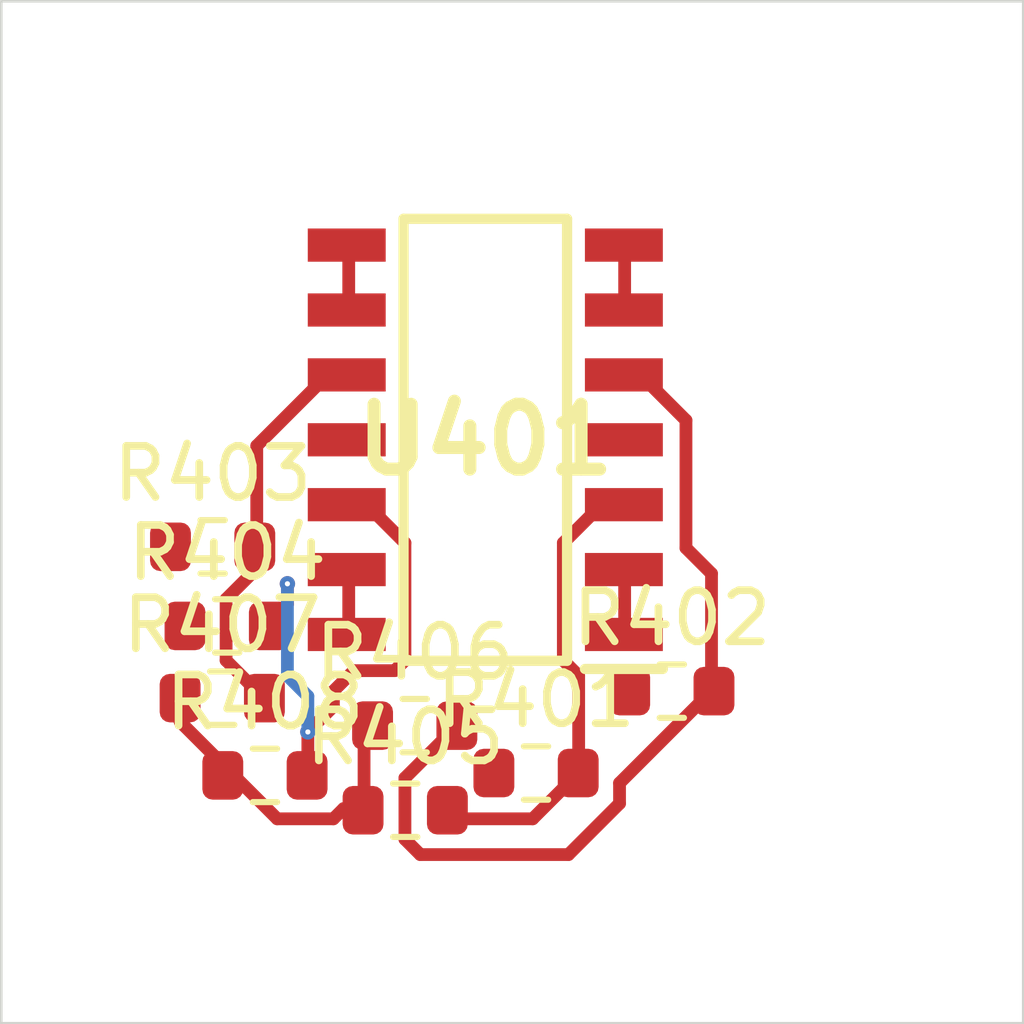
<source format=kicad_pcb>
 ( kicad_pcb  ( version 20171130 )
 ( host pcbnew 5.1.12-84ad8e8a86~92~ubuntu18.04.1 )
 ( general  ( thickness 1.6 )
 ( drawings 4 )
 ( tracks 0 )
 ( zones 0 )
 ( modules 9 )
 ( nets 14 )
)
 ( page A4 )
 ( layers  ( 0 F.Cu signal )
 ( 31 B.Cu signal )
 ( 32 B.Adhes user )
 ( 33 F.Adhes user )
 ( 34 B.Paste user )
 ( 35 F.Paste user )
 ( 36 B.SilkS user )
 ( 37 F.SilkS user )
 ( 38 B.Mask user )
 ( 39 F.Mask user )
 ( 40 Dwgs.User user )
 ( 41 Cmts.User user )
 ( 42 Eco1.User user )
 ( 43 Eco2.User user )
 ( 44 Edge.Cuts user )
 ( 45 Margin user )
 ( 46 B.CrtYd user )
 ( 47 F.CrtYd user )
 ( 48 B.Fab user )
 ( 49 F.Fab user )
)
 ( setup  ( last_trace_width 0.25 )
 ( trace_clearance 0.2 )
 ( zone_clearance 0.508 )
 ( zone_45_only no )
 ( trace_min 0.2 )
 ( via_size 0.8 )
 ( via_drill 0.4 )
 ( via_min_size 0.4 )
 ( via_min_drill 0.3 )
 ( uvia_size 0.3 )
 ( uvia_drill 0.1 )
 ( uvias_allowed no )
 ( uvia_min_size 0.2 )
 ( uvia_min_drill 0.1 )
 ( edge_width 0.05 )
 ( segment_width 0.2 )
 ( pcb_text_width 0.3 )
 ( pcb_text_size 1.5 1.5 )
 ( mod_edge_width 0.12 )
 ( mod_text_size 1 1 )
 ( mod_text_width 0.15 )
 ( pad_size 1.524 1.524 )
 ( pad_drill 0.762 )
 ( pad_to_mask_clearance 0 )
 ( aux_axis_origin 0 0 )
 ( visible_elements FFFFFF7F )
 ( pcbplotparams  ( layerselection 0x010fc_ffffffff )
 ( usegerberextensions false )
 ( usegerberattributes true )
 ( usegerberadvancedattributes true )
 ( creategerberjobfile true )
 ( excludeedgelayer true )
 ( linewidth 0.100000 )
 ( plotframeref false )
 ( viasonmask false )
 ( mode 1 )
 ( useauxorigin false )
 ( hpglpennumber 1 )
 ( hpglpenspeed 20 )
 ( hpglpendiameter 15.000000 )
 ( psnegative false )
 ( psa4output false )
 ( plotreference true )
 ( plotvalue true )
 ( plotinvisibletext false )
 ( padsonsilk false )
 ( subtractmaskfromsilk false )
 ( outputformat 1 )
 ( mirror false )
 ( drillshape 1 )
 ( scaleselection 1 )
 ( outputdirectory "" )
)
)
 ( net 0 "" )
 ( net 1 /Sheet6235D886/vp )
 ( net 2 /Sheet6248AD22/chn0 )
 ( net 3 /Sheet6248AD22/chn1 )
 ( net 4 /Sheet6248AD22/chn2 )
 ( net 5 /Sheet6248AD22/chn3 )
 ( net 6 "Net-(R401-Pad2)" )
 ( net 7 "Net-(R402-Pad2)" )
 ( net 8 "Net-(R403-Pad2)" )
 ( net 9 "Net-(R404-Pad2)" )
 ( net 10 /Sheet6248AD22/chn0_n )
 ( net 11 /Sheet6248AD22/chn1_n )
 ( net 12 /Sheet6248AD22/chn2_n )
 ( net 13 /Sheet6248AD22/chn3_n )
 ( net_class Default "This is the default net class."  ( clearance 0.2 )
 ( trace_width 0.25 )
 ( via_dia 0.8 )
 ( via_drill 0.4 )
 ( uvia_dia 0.3 )
 ( uvia_drill 0.1 )
 ( add_net /Sheet6235D886/vp )
 ( add_net /Sheet6248AD22/chn0 )
 ( add_net /Sheet6248AD22/chn0_n )
 ( add_net /Sheet6248AD22/chn1 )
 ( add_net /Sheet6248AD22/chn1_n )
 ( add_net /Sheet6248AD22/chn2 )
 ( add_net /Sheet6248AD22/chn2_n )
 ( add_net /Sheet6248AD22/chn3 )
 ( add_net /Sheet6248AD22/chn3_n )
 ( add_net "Net-(R401-Pad2)" )
 ( add_net "Net-(R402-Pad2)" )
 ( add_net "Net-(R403-Pad2)" )
 ( add_net "Net-(R404-Pad2)" )
)
 ( module Resistor_SMD:R_0603_1608Metric  ( layer F.Cu )
 ( tedit 5F68FEEE )
 ( tstamp 623425C8 )
 ( at 90.465900 115.104000 )
 ( descr "Resistor SMD 0603 (1608 Metric), square (rectangular) end terminal, IPC_7351 nominal, (Body size source: IPC-SM-782 page 72, https://www.pcb-3d.com/wordpress/wp-content/uploads/ipc-sm-782a_amendment_1_and_2.pdf), generated with kicad-footprint-generator" )
 ( tags resistor )
 ( path /6248AD23/6249ADFD )
 ( attr smd )
 ( fp_text reference R401  ( at 0 -1.43 )
 ( layer F.SilkS )
 ( effects  ( font  ( size 1 1 )
 ( thickness 0.15 )
)
)
)
 ( fp_text value 10M  ( at 0 1.43 )
 ( layer F.Fab )
 ( effects  ( font  ( size 1 1 )
 ( thickness 0.15 )
)
)
)
 ( fp_line  ( start -0.8 0.4125 )
 ( end -0.8 -0.4125 )
 ( layer F.Fab )
 ( width 0.1 )
)
 ( fp_line  ( start -0.8 -0.4125 )
 ( end 0.8 -0.4125 )
 ( layer F.Fab )
 ( width 0.1 )
)
 ( fp_line  ( start 0.8 -0.4125 )
 ( end 0.8 0.4125 )
 ( layer F.Fab )
 ( width 0.1 )
)
 ( fp_line  ( start 0.8 0.4125 )
 ( end -0.8 0.4125 )
 ( layer F.Fab )
 ( width 0.1 )
)
 ( fp_line  ( start -0.237258 -0.5225 )
 ( end 0.237258 -0.5225 )
 ( layer F.SilkS )
 ( width 0.12 )
)
 ( fp_line  ( start -0.237258 0.5225 )
 ( end 0.237258 0.5225 )
 ( layer F.SilkS )
 ( width 0.12 )
)
 ( fp_line  ( start -1.48 0.73 )
 ( end -1.48 -0.73 )
 ( layer F.CrtYd )
 ( width 0.05 )
)
 ( fp_line  ( start -1.48 -0.73 )
 ( end 1.48 -0.73 )
 ( layer F.CrtYd )
 ( width 0.05 )
)
 ( fp_line  ( start 1.48 -0.73 )
 ( end 1.48 0.73 )
 ( layer F.CrtYd )
 ( width 0.05 )
)
 ( fp_line  ( start 1.48 0.73 )
 ( end -1.48 0.73 )
 ( layer F.CrtYd )
 ( width 0.05 )
)
 ( fp_text user %R  ( at 0 0 )
 ( layer F.Fab )
 ( effects  ( font  ( size 0.4 0.4 )
 ( thickness 0.06 )
)
)
)
 ( pad 2 smd roundrect  ( at 0.825 0 )
 ( size 0.8 0.95 )
 ( layers F.Cu F.Mask F.Paste )
 ( roundrect_rratio 0.25 )
 ( net 6 "Net-(R401-Pad2)" )
)
 ( pad 1 smd roundrect  ( at -0.825 0 )
 ( size 0.8 0.95 )
 ( layers F.Cu F.Mask F.Paste )
 ( roundrect_rratio 0.25 )
 ( net 10 /Sheet6248AD22/chn0_n )
)
 ( model ${KISYS3DMOD}/Resistor_SMD.3dshapes/R_0603_1608Metric.wrl  ( at  ( xyz 0 0 0 )
)
 ( scale  ( xyz 1 1 1 )
)
 ( rotate  ( xyz 0 0 0 )
)
)
)
 ( module Resistor_SMD:R_0603_1608Metric  ( layer F.Cu )
 ( tedit 5F68FEEE )
 ( tstamp 623425D9 )
 ( at 93.123400 113.501000 )
 ( descr "Resistor SMD 0603 (1608 Metric), square (rectangular) end terminal, IPC_7351 nominal, (Body size source: IPC-SM-782 page 72, https://www.pcb-3d.com/wordpress/wp-content/uploads/ipc-sm-782a_amendment_1_and_2.pdf), generated with kicad-footprint-generator" )
 ( tags resistor )
 ( path /6248AD23/6249B75E )
 ( attr smd )
 ( fp_text reference R402  ( at 0 -1.43 )
 ( layer F.SilkS )
 ( effects  ( font  ( size 1 1 )
 ( thickness 0.15 )
)
)
)
 ( fp_text value 10M  ( at 0 1.43 )
 ( layer F.Fab )
 ( effects  ( font  ( size 1 1 )
 ( thickness 0.15 )
)
)
)
 ( fp_line  ( start 1.48 0.73 )
 ( end -1.48 0.73 )
 ( layer F.CrtYd )
 ( width 0.05 )
)
 ( fp_line  ( start 1.48 -0.73 )
 ( end 1.48 0.73 )
 ( layer F.CrtYd )
 ( width 0.05 )
)
 ( fp_line  ( start -1.48 -0.73 )
 ( end 1.48 -0.73 )
 ( layer F.CrtYd )
 ( width 0.05 )
)
 ( fp_line  ( start -1.48 0.73 )
 ( end -1.48 -0.73 )
 ( layer F.CrtYd )
 ( width 0.05 )
)
 ( fp_line  ( start -0.237258 0.5225 )
 ( end 0.237258 0.5225 )
 ( layer F.SilkS )
 ( width 0.12 )
)
 ( fp_line  ( start -0.237258 -0.5225 )
 ( end 0.237258 -0.5225 )
 ( layer F.SilkS )
 ( width 0.12 )
)
 ( fp_line  ( start 0.8 0.4125 )
 ( end -0.8 0.4125 )
 ( layer F.Fab )
 ( width 0.1 )
)
 ( fp_line  ( start 0.8 -0.4125 )
 ( end 0.8 0.4125 )
 ( layer F.Fab )
 ( width 0.1 )
)
 ( fp_line  ( start -0.8 -0.4125 )
 ( end 0.8 -0.4125 )
 ( layer F.Fab )
 ( width 0.1 )
)
 ( fp_line  ( start -0.8 0.4125 )
 ( end -0.8 -0.4125 )
 ( layer F.Fab )
 ( width 0.1 )
)
 ( fp_text user %R  ( at 0 0 )
 ( layer F.Fab )
 ( effects  ( font  ( size 0.4 0.4 )
 ( thickness 0.06 )
)
)
)
 ( pad 1 smd roundrect  ( at -0.825 0 )
 ( size 0.8 0.95 )
 ( layers F.Cu F.Mask F.Paste )
 ( roundrect_rratio 0.25 )
 ( net 11 /Sheet6248AD22/chn1_n )
)
 ( pad 2 smd roundrect  ( at 0.825 0 )
 ( size 0.8 0.95 )
 ( layers F.Cu F.Mask F.Paste )
 ( roundrect_rratio 0.25 )
 ( net 7 "Net-(R402-Pad2)" )
)
 ( model ${KISYS3DMOD}/Resistor_SMD.3dshapes/R_0603_1608Metric.wrl  ( at  ( xyz 0 0 0 )
)
 ( scale  ( xyz 1 1 1 )
)
 ( rotate  ( xyz 0 0 0 )
)
)
)
 ( module Resistor_SMD:R_0603_1608Metric  ( layer F.Cu )
 ( tedit 5F68FEEE )
 ( tstamp 623425EA )
 ( at 84.136600 110.677000 )
 ( descr "Resistor SMD 0603 (1608 Metric), square (rectangular) end terminal, IPC_7351 nominal, (Body size source: IPC-SM-782 page 72, https://www.pcb-3d.com/wordpress/wp-content/uploads/ipc-sm-782a_amendment_1_and_2.pdf), generated with kicad-footprint-generator" )
 ( tags resistor )
 ( path /6248AD23/6249FB7A )
 ( attr smd )
 ( fp_text reference R403  ( at 0 -1.43 )
 ( layer F.SilkS )
 ( effects  ( font  ( size 1 1 )
 ( thickness 0.15 )
)
)
)
 ( fp_text value 10M  ( at 0 1.43 )
 ( layer F.Fab )
 ( effects  ( font  ( size 1 1 )
 ( thickness 0.15 )
)
)
)
 ( fp_line  ( start 1.48 0.73 )
 ( end -1.48 0.73 )
 ( layer F.CrtYd )
 ( width 0.05 )
)
 ( fp_line  ( start 1.48 -0.73 )
 ( end 1.48 0.73 )
 ( layer F.CrtYd )
 ( width 0.05 )
)
 ( fp_line  ( start -1.48 -0.73 )
 ( end 1.48 -0.73 )
 ( layer F.CrtYd )
 ( width 0.05 )
)
 ( fp_line  ( start -1.48 0.73 )
 ( end -1.48 -0.73 )
 ( layer F.CrtYd )
 ( width 0.05 )
)
 ( fp_line  ( start -0.237258 0.5225 )
 ( end 0.237258 0.5225 )
 ( layer F.SilkS )
 ( width 0.12 )
)
 ( fp_line  ( start -0.237258 -0.5225 )
 ( end 0.237258 -0.5225 )
 ( layer F.SilkS )
 ( width 0.12 )
)
 ( fp_line  ( start 0.8 0.4125 )
 ( end -0.8 0.4125 )
 ( layer F.Fab )
 ( width 0.1 )
)
 ( fp_line  ( start 0.8 -0.4125 )
 ( end 0.8 0.4125 )
 ( layer F.Fab )
 ( width 0.1 )
)
 ( fp_line  ( start -0.8 -0.4125 )
 ( end 0.8 -0.4125 )
 ( layer F.Fab )
 ( width 0.1 )
)
 ( fp_line  ( start -0.8 0.4125 )
 ( end -0.8 -0.4125 )
 ( layer F.Fab )
 ( width 0.1 )
)
 ( fp_text user %R  ( at 0 0 )
 ( layer F.Fab )
 ( effects  ( font  ( size 0.4 0.4 )
 ( thickness 0.06 )
)
)
)
 ( pad 1 smd roundrect  ( at -0.825 0 )
 ( size 0.8 0.95 )
 ( layers F.Cu F.Mask F.Paste )
 ( roundrect_rratio 0.25 )
 ( net 12 /Sheet6248AD22/chn2_n )
)
 ( pad 2 smd roundrect  ( at 0.825 0 )
 ( size 0.8 0.95 )
 ( layers F.Cu F.Mask F.Paste )
 ( roundrect_rratio 0.25 )
 ( net 8 "Net-(R403-Pad2)" )
)
 ( model ${KISYS3DMOD}/Resistor_SMD.3dshapes/R_0603_1608Metric.wrl  ( at  ( xyz 0 0 0 )
)
 ( scale  ( xyz 1 1 1 )
)
 ( rotate  ( xyz 0 0 0 )
)
)
)
 ( module Resistor_SMD:R_0603_1608Metric  ( layer F.Cu )
 ( tedit 5F68FEEE )
 ( tstamp 623425FB )
 ( at 84.421200 112.225000 )
 ( descr "Resistor SMD 0603 (1608 Metric), square (rectangular) end terminal, IPC_7351 nominal, (Body size source: IPC-SM-782 page 72, https://www.pcb-3d.com/wordpress/wp-content/uploads/ipc-sm-782a_amendment_1_and_2.pdf), generated with kicad-footprint-generator" )
 ( tags resistor )
 ( path /6248AD23/6249FB74 )
 ( attr smd )
 ( fp_text reference R404  ( at 0 -1.43 )
 ( layer F.SilkS )
 ( effects  ( font  ( size 1 1 )
 ( thickness 0.15 )
)
)
)
 ( fp_text value 10M  ( at 0 1.43 )
 ( layer F.Fab )
 ( effects  ( font  ( size 1 1 )
 ( thickness 0.15 )
)
)
)
 ( fp_line  ( start -0.8 0.4125 )
 ( end -0.8 -0.4125 )
 ( layer F.Fab )
 ( width 0.1 )
)
 ( fp_line  ( start -0.8 -0.4125 )
 ( end 0.8 -0.4125 )
 ( layer F.Fab )
 ( width 0.1 )
)
 ( fp_line  ( start 0.8 -0.4125 )
 ( end 0.8 0.4125 )
 ( layer F.Fab )
 ( width 0.1 )
)
 ( fp_line  ( start 0.8 0.4125 )
 ( end -0.8 0.4125 )
 ( layer F.Fab )
 ( width 0.1 )
)
 ( fp_line  ( start -0.237258 -0.5225 )
 ( end 0.237258 -0.5225 )
 ( layer F.SilkS )
 ( width 0.12 )
)
 ( fp_line  ( start -0.237258 0.5225 )
 ( end 0.237258 0.5225 )
 ( layer F.SilkS )
 ( width 0.12 )
)
 ( fp_line  ( start -1.48 0.73 )
 ( end -1.48 -0.73 )
 ( layer F.CrtYd )
 ( width 0.05 )
)
 ( fp_line  ( start -1.48 -0.73 )
 ( end 1.48 -0.73 )
 ( layer F.CrtYd )
 ( width 0.05 )
)
 ( fp_line  ( start 1.48 -0.73 )
 ( end 1.48 0.73 )
 ( layer F.CrtYd )
 ( width 0.05 )
)
 ( fp_line  ( start 1.48 0.73 )
 ( end -1.48 0.73 )
 ( layer F.CrtYd )
 ( width 0.05 )
)
 ( fp_text user %R  ( at 0 0 )
 ( layer F.Fab )
 ( effects  ( font  ( size 0.4 0.4 )
 ( thickness 0.06 )
)
)
)
 ( pad 2 smd roundrect  ( at 0.825 0 )
 ( size 0.8 0.95 )
 ( layers F.Cu F.Mask F.Paste )
 ( roundrect_rratio 0.25 )
 ( net 9 "Net-(R404-Pad2)" )
)
 ( pad 1 smd roundrect  ( at -0.825 0 )
 ( size 0.8 0.95 )
 ( layers F.Cu F.Mask F.Paste )
 ( roundrect_rratio 0.25 )
 ( net 13 /Sheet6248AD22/chn3_n )
)
 ( model ${KISYS3DMOD}/Resistor_SMD.3dshapes/R_0603_1608Metric.wrl  ( at  ( xyz 0 0 0 )
)
 ( scale  ( xyz 1 1 1 )
)
 ( rotate  ( xyz 0 0 0 )
)
)
)
 ( module Resistor_SMD:R_0603_1608Metric  ( layer F.Cu )
 ( tedit 5F68FEEE )
 ( tstamp 6234260C )
 ( at 87.905500 115.832000 )
 ( descr "Resistor SMD 0603 (1608 Metric), square (rectangular) end terminal, IPC_7351 nominal, (Body size source: IPC-SM-782 page 72, https://www.pcb-3d.com/wordpress/wp-content/uploads/ipc-sm-782a_amendment_1_and_2.pdf), generated with kicad-footprint-generator" )
 ( tags resistor )
 ( path /6248AD23/62497F62 )
 ( attr smd )
 ( fp_text reference R405  ( at 0 -1.43 )
 ( layer F.SilkS )
 ( effects  ( font  ( size 1 1 )
 ( thickness 0.15 )
)
)
)
 ( fp_text value 750k  ( at 0 1.43 )
 ( layer F.Fab )
 ( effects  ( font  ( size 1 1 )
 ( thickness 0.15 )
)
)
)
 ( fp_line  ( start -0.8 0.4125 )
 ( end -0.8 -0.4125 )
 ( layer F.Fab )
 ( width 0.1 )
)
 ( fp_line  ( start -0.8 -0.4125 )
 ( end 0.8 -0.4125 )
 ( layer F.Fab )
 ( width 0.1 )
)
 ( fp_line  ( start 0.8 -0.4125 )
 ( end 0.8 0.4125 )
 ( layer F.Fab )
 ( width 0.1 )
)
 ( fp_line  ( start 0.8 0.4125 )
 ( end -0.8 0.4125 )
 ( layer F.Fab )
 ( width 0.1 )
)
 ( fp_line  ( start -0.237258 -0.5225 )
 ( end 0.237258 -0.5225 )
 ( layer F.SilkS )
 ( width 0.12 )
)
 ( fp_line  ( start -0.237258 0.5225 )
 ( end 0.237258 0.5225 )
 ( layer F.SilkS )
 ( width 0.12 )
)
 ( fp_line  ( start -1.48 0.73 )
 ( end -1.48 -0.73 )
 ( layer F.CrtYd )
 ( width 0.05 )
)
 ( fp_line  ( start -1.48 -0.73 )
 ( end 1.48 -0.73 )
 ( layer F.CrtYd )
 ( width 0.05 )
)
 ( fp_line  ( start 1.48 -0.73 )
 ( end 1.48 0.73 )
 ( layer F.CrtYd )
 ( width 0.05 )
)
 ( fp_line  ( start 1.48 0.73 )
 ( end -1.48 0.73 )
 ( layer F.CrtYd )
 ( width 0.05 )
)
 ( fp_text user %R  ( at 0 0 )
 ( layer F.Fab )
 ( effects  ( font  ( size 0.4 0.4 )
 ( thickness 0.06 )
)
)
)
 ( pad 2 smd roundrect  ( at 0.825 0 )
 ( size 0.8 0.95 )
 ( layers F.Cu F.Mask F.Paste )
 ( roundrect_rratio 0.25 )
 ( net 6 "Net-(R401-Pad2)" )
)
 ( pad 1 smd roundrect  ( at -0.825 0 )
 ( size 0.8 0.95 )
 ( layers F.Cu F.Mask F.Paste )
 ( roundrect_rratio 0.25 )
 ( net 1 /Sheet6235D886/vp )
)
 ( model ${KISYS3DMOD}/Resistor_SMD.3dshapes/R_0603_1608Metric.wrl  ( at  ( xyz 0 0 0 )
)
 ( scale  ( xyz 1 1 1 )
)
 ( rotate  ( xyz 0 0 0 )
)
)
)
 ( module Resistor_SMD:R_0603_1608Metric  ( layer F.Cu )
 ( tedit 5F68FEEE )
 ( tstamp 6234261D )
 ( at 88.091500 114.176000 )
 ( descr "Resistor SMD 0603 (1608 Metric), square (rectangular) end terminal, IPC_7351 nominal, (Body size source: IPC-SM-782 page 72, https://www.pcb-3d.com/wordpress/wp-content/uploads/ipc-sm-782a_amendment_1_and_2.pdf), generated with kicad-footprint-generator" )
 ( tags resistor )
 ( path /6248AD23/62499098 )
 ( attr smd )
 ( fp_text reference R406  ( at 0 -1.43 )
 ( layer F.SilkS )
 ( effects  ( font  ( size 1 1 )
 ( thickness 0.15 )
)
)
)
 ( fp_text value 750k  ( at 0 1.43 )
 ( layer F.Fab )
 ( effects  ( font  ( size 1 1 )
 ( thickness 0.15 )
)
)
)
 ( fp_line  ( start 1.48 0.73 )
 ( end -1.48 0.73 )
 ( layer F.CrtYd )
 ( width 0.05 )
)
 ( fp_line  ( start 1.48 -0.73 )
 ( end 1.48 0.73 )
 ( layer F.CrtYd )
 ( width 0.05 )
)
 ( fp_line  ( start -1.48 -0.73 )
 ( end 1.48 -0.73 )
 ( layer F.CrtYd )
 ( width 0.05 )
)
 ( fp_line  ( start -1.48 0.73 )
 ( end -1.48 -0.73 )
 ( layer F.CrtYd )
 ( width 0.05 )
)
 ( fp_line  ( start -0.237258 0.5225 )
 ( end 0.237258 0.5225 )
 ( layer F.SilkS )
 ( width 0.12 )
)
 ( fp_line  ( start -0.237258 -0.5225 )
 ( end 0.237258 -0.5225 )
 ( layer F.SilkS )
 ( width 0.12 )
)
 ( fp_line  ( start 0.8 0.4125 )
 ( end -0.8 0.4125 )
 ( layer F.Fab )
 ( width 0.1 )
)
 ( fp_line  ( start 0.8 -0.4125 )
 ( end 0.8 0.4125 )
 ( layer F.Fab )
 ( width 0.1 )
)
 ( fp_line  ( start -0.8 -0.4125 )
 ( end 0.8 -0.4125 )
 ( layer F.Fab )
 ( width 0.1 )
)
 ( fp_line  ( start -0.8 0.4125 )
 ( end -0.8 -0.4125 )
 ( layer F.Fab )
 ( width 0.1 )
)
 ( fp_text user %R  ( at 0 0 )
 ( layer F.Fab )
 ( effects  ( font  ( size 0.4 0.4 )
 ( thickness 0.06 )
)
)
)
 ( pad 1 smd roundrect  ( at -0.825 0 )
 ( size 0.8 0.95 )
 ( layers F.Cu F.Mask F.Paste )
 ( roundrect_rratio 0.25 )
 ( net 1 /Sheet6235D886/vp )
)
 ( pad 2 smd roundrect  ( at 0.825 0 )
 ( size 0.8 0.95 )
 ( layers F.Cu F.Mask F.Paste )
 ( roundrect_rratio 0.25 )
 ( net 7 "Net-(R402-Pad2)" )
)
 ( model ${KISYS3DMOD}/Resistor_SMD.3dshapes/R_0603_1608Metric.wrl  ( at  ( xyz 0 0 0 )
)
 ( scale  ( xyz 1 1 1 )
)
 ( rotate  ( xyz 0 0 0 )
)
)
)
 ( module Resistor_SMD:R_0603_1608Metric  ( layer F.Cu )
 ( tedit 5F68FEEE )
 ( tstamp 6234262E )
 ( at 84.324600 113.638000 )
 ( descr "Resistor SMD 0603 (1608 Metric), square (rectangular) end terminal, IPC_7351 nominal, (Body size source: IPC-SM-782 page 72, https://www.pcb-3d.com/wordpress/wp-content/uploads/ipc-sm-782a_amendment_1_and_2.pdf), generated with kicad-footprint-generator" )
 ( tags resistor )
 ( path /6248AD23/624A0FFB )
 ( attr smd )
 ( fp_text reference R407  ( at 0 -1.43 )
 ( layer F.SilkS )
 ( effects  ( font  ( size 1 1 )
 ( thickness 0.15 )
)
)
)
 ( fp_text value 1.5M  ( at 0 1.43 )
 ( layer F.Fab )
 ( effects  ( font  ( size 1 1 )
 ( thickness 0.15 )
)
)
)
 ( fp_line  ( start 1.48 0.73 )
 ( end -1.48 0.73 )
 ( layer F.CrtYd )
 ( width 0.05 )
)
 ( fp_line  ( start 1.48 -0.73 )
 ( end 1.48 0.73 )
 ( layer F.CrtYd )
 ( width 0.05 )
)
 ( fp_line  ( start -1.48 -0.73 )
 ( end 1.48 -0.73 )
 ( layer F.CrtYd )
 ( width 0.05 )
)
 ( fp_line  ( start -1.48 0.73 )
 ( end -1.48 -0.73 )
 ( layer F.CrtYd )
 ( width 0.05 )
)
 ( fp_line  ( start -0.237258 0.5225 )
 ( end 0.237258 0.5225 )
 ( layer F.SilkS )
 ( width 0.12 )
)
 ( fp_line  ( start -0.237258 -0.5225 )
 ( end 0.237258 -0.5225 )
 ( layer F.SilkS )
 ( width 0.12 )
)
 ( fp_line  ( start 0.8 0.4125 )
 ( end -0.8 0.4125 )
 ( layer F.Fab )
 ( width 0.1 )
)
 ( fp_line  ( start 0.8 -0.4125 )
 ( end 0.8 0.4125 )
 ( layer F.Fab )
 ( width 0.1 )
)
 ( fp_line  ( start -0.8 -0.4125 )
 ( end 0.8 -0.4125 )
 ( layer F.Fab )
 ( width 0.1 )
)
 ( fp_line  ( start -0.8 0.4125 )
 ( end -0.8 -0.4125 )
 ( layer F.Fab )
 ( width 0.1 )
)
 ( fp_text user %R  ( at 0 0 )
 ( layer F.Fab )
 ( effects  ( font  ( size 0.4 0.4 )
 ( thickness 0.06 )
)
)
)
 ( pad 1 smd roundrect  ( at -0.825 0 )
 ( size 0.8 0.95 )
 ( layers F.Cu F.Mask F.Paste )
 ( roundrect_rratio 0.25 )
 ( net 1 /Sheet6235D886/vp )
)
 ( pad 2 smd roundrect  ( at 0.825 0 )
 ( size 0.8 0.95 )
 ( layers F.Cu F.Mask F.Paste )
 ( roundrect_rratio 0.25 )
 ( net 8 "Net-(R403-Pad2)" )
)
 ( model ${KISYS3DMOD}/Resistor_SMD.3dshapes/R_0603_1608Metric.wrl  ( at  ( xyz 0 0 0 )
)
 ( scale  ( xyz 1 1 1 )
)
 ( rotate  ( xyz 0 0 0 )
)
)
)
 ( module Resistor_SMD:R_0603_1608Metric  ( layer F.Cu )
 ( tedit 5F68FEEE )
 ( tstamp 6234263F )
 ( at 85.160400 115.150000 )
 ( descr "Resistor SMD 0603 (1608 Metric), square (rectangular) end terminal, IPC_7351 nominal, (Body size source: IPC-SM-782 page 72, https://www.pcb-3d.com/wordpress/wp-content/uploads/ipc-sm-782a_amendment_1_and_2.pdf), generated with kicad-footprint-generator" )
 ( tags resistor )
 ( path /6248AD23/624A093C )
 ( attr smd )
 ( fp_text reference R408  ( at 0 -1.43 )
 ( layer F.SilkS )
 ( effects  ( font  ( size 1 1 )
 ( thickness 0.15 )
)
)
)
 ( fp_text value 1.5M  ( at 0 1.43 )
 ( layer F.Fab )
 ( effects  ( font  ( size 1 1 )
 ( thickness 0.15 )
)
)
)
 ( fp_line  ( start -0.8 0.4125 )
 ( end -0.8 -0.4125 )
 ( layer F.Fab )
 ( width 0.1 )
)
 ( fp_line  ( start -0.8 -0.4125 )
 ( end 0.8 -0.4125 )
 ( layer F.Fab )
 ( width 0.1 )
)
 ( fp_line  ( start 0.8 -0.4125 )
 ( end 0.8 0.4125 )
 ( layer F.Fab )
 ( width 0.1 )
)
 ( fp_line  ( start 0.8 0.4125 )
 ( end -0.8 0.4125 )
 ( layer F.Fab )
 ( width 0.1 )
)
 ( fp_line  ( start -0.237258 -0.5225 )
 ( end 0.237258 -0.5225 )
 ( layer F.SilkS )
 ( width 0.12 )
)
 ( fp_line  ( start -0.237258 0.5225 )
 ( end 0.237258 0.5225 )
 ( layer F.SilkS )
 ( width 0.12 )
)
 ( fp_line  ( start -1.48 0.73 )
 ( end -1.48 -0.73 )
 ( layer F.CrtYd )
 ( width 0.05 )
)
 ( fp_line  ( start -1.48 -0.73 )
 ( end 1.48 -0.73 )
 ( layer F.CrtYd )
 ( width 0.05 )
)
 ( fp_line  ( start 1.48 -0.73 )
 ( end 1.48 0.73 )
 ( layer F.CrtYd )
 ( width 0.05 )
)
 ( fp_line  ( start 1.48 0.73 )
 ( end -1.48 0.73 )
 ( layer F.CrtYd )
 ( width 0.05 )
)
 ( fp_text user %R  ( at 0 0 )
 ( layer F.Fab )
 ( effects  ( font  ( size 0.4 0.4 )
 ( thickness 0.06 )
)
)
)
 ( pad 2 smd roundrect  ( at 0.825 0 )
 ( size 0.8 0.95 )
 ( layers F.Cu F.Mask F.Paste )
 ( roundrect_rratio 0.25 )
 ( net 9 "Net-(R404-Pad2)" )
)
 ( pad 1 smd roundrect  ( at -0.825 0 )
 ( size 0.8 0.95 )
 ( layers F.Cu F.Mask F.Paste )
 ( roundrect_rratio 0.25 )
 ( net 1 /Sheet6235D886/vp )
)
 ( model ${KISYS3DMOD}/Resistor_SMD.3dshapes/R_0603_1608Metric.wrl  ( at  ( xyz 0 0 0 )
)
 ( scale  ( xyz 1 1 1 )
)
 ( rotate  ( xyz 0 0 0 )
)
)
)
 ( module TL074HIDR:SOIC127P600X175-14N locked  ( layer F.Cu )
 ( tedit 62336F37 )
 ( tstamp 62342709 )
 ( at 89.472900 108.582000 180.000000 )
 ( descr "D (-R-PDSO-G14)" )
 ( tags "Integrated Circuit" )
 ( path /6248AD23/624976B2 )
 ( attr smd )
 ( fp_text reference U401  ( at 0 0 )
 ( layer F.SilkS )
 ( effects  ( font  ( size 1.27 1.27 )
 ( thickness 0.254 )
)
)
)
 ( fp_text value TL074  ( at 0 0 )
 ( layer F.SilkS )
hide  ( effects  ( font  ( size 1.27 1.27 )
 ( thickness 0.254 )
)
)
)
 ( fp_line  ( start -3.725 -4.625 )
 ( end 3.725 -4.625 )
 ( layer Dwgs.User )
 ( width 0.05 )
)
 ( fp_line  ( start 3.725 -4.625 )
 ( end 3.725 4.625 )
 ( layer Dwgs.User )
 ( width 0.05 )
)
 ( fp_line  ( start 3.725 4.625 )
 ( end -3.725 4.625 )
 ( layer Dwgs.User )
 ( width 0.05 )
)
 ( fp_line  ( start -3.725 4.625 )
 ( end -3.725 -4.625 )
 ( layer Dwgs.User )
 ( width 0.05 )
)
 ( fp_line  ( start -1.95 -4.325 )
 ( end 1.95 -4.325 )
 ( layer Dwgs.User )
 ( width 0.1 )
)
 ( fp_line  ( start 1.95 -4.325 )
 ( end 1.95 4.325 )
 ( layer Dwgs.User )
 ( width 0.1 )
)
 ( fp_line  ( start 1.95 4.325 )
 ( end -1.95 4.325 )
 ( layer Dwgs.User )
 ( width 0.1 )
)
 ( fp_line  ( start -1.95 4.325 )
 ( end -1.95 -4.325 )
 ( layer Dwgs.User )
 ( width 0.1 )
)
 ( fp_line  ( start -1.95 -3.055 )
 ( end -0.68 -4.325 )
 ( layer Dwgs.User )
 ( width 0.1 )
)
 ( fp_line  ( start -1.6 -4.325 )
 ( end 1.6 -4.325 )
 ( layer F.SilkS )
 ( width 0.2 )
)
 ( fp_line  ( start 1.6 -4.325 )
 ( end 1.6 4.325 )
 ( layer F.SilkS )
 ( width 0.2 )
)
 ( fp_line  ( start 1.6 4.325 )
 ( end -1.6 4.325 )
 ( layer F.SilkS )
 ( width 0.2 )
)
 ( fp_line  ( start -1.6 4.325 )
 ( end -1.6 -4.325 )
 ( layer F.SilkS )
 ( width 0.2 )
)
 ( fp_line  ( start -3.475 -4.485 )
 ( end -1.95 -4.485 )
 ( layer F.SilkS )
 ( width 0.2 )
)
 ( pad 1 smd rect  ( at -2.712 -3.81 270.000000 )
 ( size 0.65 1.525 )
 ( layers F.Cu F.Mask F.Paste )
 ( net 2 /Sheet6248AD22/chn0 )
)
 ( pad 2 smd rect  ( at -2.712 -2.54 270.000000 )
 ( size 0.65 1.525 )
 ( layers F.Cu F.Mask F.Paste )
 ( net 2 /Sheet6248AD22/chn0 )
)
 ( pad 3 smd rect  ( at -2.712 -1.27 270.000000 )
 ( size 0.65 1.525 )
 ( layers F.Cu F.Mask F.Paste )
 ( net 6 "Net-(R401-Pad2)" )
)
 ( pad 4 smd rect  ( at -2.712 0 270.000000 )
 ( size 0.65 1.525 )
 ( layers F.Cu F.Mask F.Paste )
)
 ( pad 5 smd rect  ( at -2.712 1.27 270.000000 )
 ( size 0.65 1.525 )
 ( layers F.Cu F.Mask F.Paste )
 ( net 7 "Net-(R402-Pad2)" )
)
 ( pad 6 smd rect  ( at -2.712 2.54 270.000000 )
 ( size 0.65 1.525 )
 ( layers F.Cu F.Mask F.Paste )
 ( net 3 /Sheet6248AD22/chn1 )
)
 ( pad 7 smd rect  ( at -2.712 3.81 270.000000 )
 ( size 0.65 1.525 )
 ( layers F.Cu F.Mask F.Paste )
 ( net 3 /Sheet6248AD22/chn1 )
)
 ( pad 8 smd rect  ( at 2.712 3.81 270.000000 )
 ( size 0.65 1.525 )
 ( layers F.Cu F.Mask F.Paste )
 ( net 4 /Sheet6248AD22/chn2 )
)
 ( pad 9 smd rect  ( at 2.712 2.54 270.000000 )
 ( size 0.65 1.525 )
 ( layers F.Cu F.Mask F.Paste )
 ( net 4 /Sheet6248AD22/chn2 )
)
 ( pad 10 smd rect  ( at 2.712 1.27 270.000000 )
 ( size 0.65 1.525 )
 ( layers F.Cu F.Mask F.Paste )
 ( net 8 "Net-(R403-Pad2)" )
)
 ( pad 11 smd rect  ( at 2.712 0 270.000000 )
 ( size 0.65 1.525 )
 ( layers F.Cu F.Mask F.Paste )
)
 ( pad 12 smd rect  ( at 2.712 -1.27 270.000000 )
 ( size 0.65 1.525 )
 ( layers F.Cu F.Mask F.Paste )
 ( net 9 "Net-(R404-Pad2)" )
)
 ( pad 13 smd rect  ( at 2.712 -2.54 270.000000 )
 ( size 0.65 1.525 )
 ( layers F.Cu F.Mask F.Paste )
 ( net 5 /Sheet6248AD22/chn3 )
)
 ( pad 14 smd rect  ( at 2.712 -3.81 270.000000 )
 ( size 0.65 1.525 )
 ( layers F.Cu F.Mask F.Paste )
 ( net 5 /Sheet6248AD22/chn3 )
)
)
 ( gr_line  ( start 100 100 )
 ( end 100 120 )
 ( layer Edge.Cuts )
 ( width 0.05 )
 ( tstamp 62E76D2A )
)
 ( gr_line  ( start 80 120 )
 ( end 100 120 )
 ( layer Edge.Cuts )
 ( width 0.05 )
 ( tstamp 62E76D27 )
)
 ( gr_line  ( start 80 100 )
 ( end 80 120 )
 ( layer Edge.Cuts )
 ( width 0.05 )
 ( tstamp 6234110C )
)
 ( gr_line  ( start 80 100 )
 ( end 100 100 )
 ( layer Edge.Cuts )
 ( width 0.05 )
)
 ( segment  ( start 87.300001 114.200002 )
 ( end 87.100001 114.400002 )
 ( width 0.250000 )
 ( layer F.Cu )
 ( net 1 )
)
 ( segment  ( start 87.100001 114.400002 )
 ( end 87.100001 115.800002 )
 ( width 0.250000 )
 ( layer F.Cu )
 ( net 1 )
)
 ( segment  ( start 83.500001 113.600002 )
 ( end 83.500001 114.100002 )
 ( width 0.250000 )
 ( layer F.Cu )
 ( net 1 )
)
 ( segment  ( start 83.500001 114.100002 )
 ( end 85.400001 116.000002 )
 ( width 0.250000 )
 ( layer F.Cu )
 ( net 1 )
)
 ( segment  ( start 85.400001 116.000002 )
 ( end 86.500001 116.000002 )
 ( width 0.250000 )
 ( layer F.Cu )
 ( net 1 )
)
 ( segment  ( start 86.500001 116.000002 )
 ( end 86.700001 115.800002 )
 ( width 0.250000 )
 ( layer F.Cu )
 ( net 1 )
)
 ( segment  ( start 86.700001 115.800002 )
 ( end 87.100001 115.800002 )
 ( width 0.250000 )
 ( layer F.Cu )
 ( net 1 )
)
 ( segment  ( start 84.300001 115.200002 )
 ( end 84.400001 115.100002 )
 ( width 0.250000 )
 ( layer F.Cu )
 ( net 1 )
)
 ( segment  ( start 84.400001 115.100002 )
 ( end 84.400001 115.000002 )
 ( width 0.250000 )
 ( layer F.Cu )
 ( net 1 )
)
 ( segment  ( start 92.200001 111.100002 )
 ( end 92.200001 112.400002 )
 ( width 0.250000 )
 ( layer F.Cu )
 ( net 2 )
)
 ( segment  ( start 92.200001 104.800002 )
 ( end 92.200001 106.000002 )
 ( width 0.250000 )
 ( layer F.Cu )
 ( net 3 )
)
 ( segment  ( start 86.800001 106.000002 )
 ( end 86.800001 104.800002 )
 ( width 0.250000 )
 ( layer F.Cu )
 ( net 4 )
)
 ( segment  ( start 86.800001 112.400002 )
 ( end 86.800001 111.100002 )
 ( width 0.250000 )
 ( layer F.Cu )
 ( net 5 )
)
 ( segment  ( start 88.700001 115.800002 )
 ( end 88.900001 116.000002 )
 ( width 0.250000 )
 ( layer F.Cu )
 ( net 6 )
)
 ( segment  ( start 88.900001 116.000002 )
 ( end 90.400001 116.000002 )
 ( width 0.250000 )
 ( layer F.Cu )
 ( net 6 )
)
 ( segment  ( start 90.400001 116.000002 )
 ( end 91.300001 115.100002 )
 ( width 0.250000 )
 ( layer F.Cu )
 ( net 6 )
)
 ( segment  ( start 92.200001 109.900002 )
 ( end 91.700001 109.900002 )
 ( width 0.250000 )
 ( layer F.Cu )
 ( net 6 )
)
 ( segment  ( start 91.700001 109.900002 )
 ( end 91.000001 110.600002 )
 ( width 0.250000 )
 ( layer F.Cu )
 ( net 6 )
)
 ( segment  ( start 91.000001 110.600002 )
 ( end 91.000001 112.900002 )
 ( width 0.250000 )
 ( layer F.Cu )
 ( net 6 )
)
 ( segment  ( start 91.000001 112.900002 )
 ( end 91.300001 113.200002 )
 ( width 0.250000 )
 ( layer F.Cu )
 ( net 6 )
)
 ( segment  ( start 91.300001 113.200002 )
 ( end 91.300001 115.100002 )
 ( width 0.250000 )
 ( layer F.Cu )
 ( net 6 )
)
 ( segment  ( start 88.900001 114.200002 )
 ( end 87.900001 115.200002 )
 ( width 0.250000 )
 ( layer F.Cu )
 ( net 7 )
)
 ( segment  ( start 87.900001 115.200002 )
 ( end 87.900001 116.400002 )
 ( width 0.250000 )
 ( layer F.Cu )
 ( net 7 )
)
 ( segment  ( start 87.900001 116.400002 )
 ( end 88.200001 116.700002 )
 ( width 0.250000 )
 ( layer F.Cu )
 ( net 7 )
)
 ( segment  ( start 88.200001 116.700002 )
 ( end 91.100001 116.700002 )
 ( width 0.250000 )
 ( layer F.Cu )
 ( net 7 )
)
 ( segment  ( start 91.100001 116.700002 )
 ( end 92.100001 115.700002 )
 ( width 0.250000 )
 ( layer F.Cu )
 ( net 7 )
)
 ( segment  ( start 92.100001 115.700002 )
 ( end 92.100001 115.300002 )
 ( width 0.250000 )
 ( layer F.Cu )
 ( net 7 )
)
 ( segment  ( start 92.100001 115.300002 )
 ( end 93.900001 113.500002 )
 ( width 0.250000 )
 ( layer F.Cu )
 ( net 7 )
)
 ( segment  ( start 92.200001 107.300002 )
 ( end 92.500001 107.300002 )
 ( width 0.250000 )
 ( layer F.Cu )
 ( net 7 )
)
 ( segment  ( start 92.500001 107.300002 )
 ( end 93.400001 108.200002 )
 ( width 0.250000 )
 ( layer F.Cu )
 ( net 7 )
)
 ( segment  ( start 93.400001 108.200002 )
 ( end 93.400001 110.700002 )
 ( width 0.250000 )
 ( layer F.Cu )
 ( net 7 )
)
 ( segment  ( start 93.400001 110.700002 )
 ( end 93.900001 111.200002 )
 ( width 0.250000 )
 ( layer F.Cu )
 ( net 7 )
)
 ( segment  ( start 93.900001 111.200002 )
 ( end 93.900001 113.500002 )
 ( width 0.250000 )
 ( layer F.Cu )
 ( net 7 )
)
 ( segment  ( start 85.100001 113.600002 )
 ( end 84.400001 112.900002 )
 ( width 0.250000 )
 ( layer F.Cu )
 ( net 8 )
)
 ( segment  ( start 84.400001 112.900002 )
 ( end 84.400001 111.700002 )
 ( width 0.250000 )
 ( layer F.Cu )
 ( net 8 )
)
 ( segment  ( start 84.400001 111.700002 )
 ( end 85.000001 111.100002 )
 ( width 0.250000 )
 ( layer F.Cu )
 ( net 8 )
)
 ( segment  ( start 85.000001 111.100002 )
 ( end 85.000001 110.700002 )
 ( width 0.250000 )
 ( layer F.Cu )
 ( net 8 )
)
 ( segment  ( start 86.800001 107.300002 )
 ( end 86.400001 107.300002 )
 ( width 0.250000 )
 ( layer F.Cu )
 ( net 8 )
)
 ( segment  ( start 86.400001 107.300002 )
 ( end 85.000001 108.700002 )
 ( width 0.250000 )
 ( layer F.Cu )
 ( net 8 )
)
 ( segment  ( start 85.000001 108.700002 )
 ( end 85.000001 110.700002 )
 ( width 0.250000 )
 ( layer F.Cu )
 ( net 8 )
)
 ( segment  ( start 86.000001 115.200002 )
 ( end 86.000001 114.300002 )
 ( width 0.250000 )
 ( layer F.Cu )
 ( net 9 )
)
 ( segment  ( start 86.000001 114.300002 )
 ( end 86.000001 113.600002 )
 ( width 0.250000 )
 ( layer B.Cu )
 ( net 9 )
)
 ( segment  ( start 86.000001 113.600002 )
 ( end 85.600001 113.200002 )
 ( width 0.250000 )
 ( layer B.Cu )
 ( net 9 )
)
 ( segment  ( start 85.600001 113.200002 )
 ( end 85.600001 111.400002 )
 ( width 0.250000 )
 ( layer B.Cu )
 ( net 9 )
)
 ( segment  ( start 85.600001 111.400002 )
 ( end 85.600001 111.800002 )
 ( width 0.250000 )
 ( layer F.Cu )
 ( net 9 )
)
 ( segment  ( start 85.600001 111.800002 )
 ( end 85.200001 112.200002 )
 ( width 0.250000 )
 ( layer F.Cu )
 ( net 9 )
)
 ( segment  ( start 86.800001 109.900002 )
 ( end 87.200001 109.900002 )
 ( width 0.250000 )
 ( layer F.Cu )
 ( net 9 )
)
 ( segment  ( start 87.200001 109.900002 )
 ( end 87.900001 110.600002 )
 ( width 0.250000 )
 ( layer F.Cu )
 ( net 9 )
)
 ( segment  ( start 87.900001 110.600002 )
 ( end 87.900001 112.900002 )
 ( width 0.250000 )
 ( layer F.Cu )
 ( net 9 )
)
 ( segment  ( start 87.900001 112.900002 )
 ( end 87.700001 113.100002 )
 ( width 0.250000 )
 ( layer F.Cu )
 ( net 9 )
)
 ( segment  ( start 87.700001 113.100002 )
 ( end 86.900001 113.100002 )
 ( width 0.250000 )
 ( layer F.Cu )
 ( net 9 )
)
 ( segment  ( start 86.900001 113.100002 )
 ( end 86.500001 113.500002 )
 ( width 0.250000 )
 ( layer F.Cu )
 ( net 9 )
)
 ( segment  ( start 86.500001 113.500002 )
 ( end 86.500001 113.800002 )
 ( width 0.250000 )
 ( layer F.Cu )
 ( net 9 )
)
 ( segment  ( start 86.500001 113.800002 )
 ( end 86.000001 114.300002 )
 ( width 0.250000 )
 ( layer F.Cu )
 ( net 9 )
)
 ( via micro  ( at 86.000001 114.300002 )
 ( size 0.300000 )
 ( drill 0.100000 )
 ( layers F.Cu B.Cu )
 ( net 9 )
)
 ( via micro  ( at 85.600001 111.400002 )
 ( size 0.300000 )
 ( drill 0.100000 )
 ( layers F.Cu B.Cu )
 ( net 9 )
)
)

</source>
